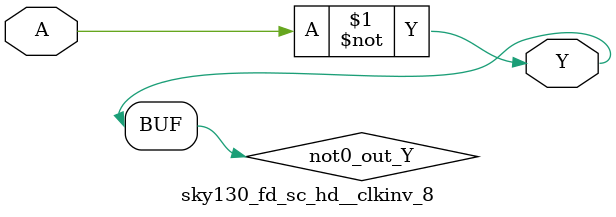
<source format=v>
/*
 * Copyright 2020 The SkyWater PDK Authors
 *
 * Licensed under the Apache License, Version 2.0 (the "License");
 * you may not use this file except in compliance with the License.
 * You may obtain a copy of the License at
 *
 *     https://www.apache.org/licenses/LICENSE-2.0
 *
 * Unless required by applicable law or agreed to in writing, software
 * distributed under the License is distributed on an "AS IS" BASIS,
 * WITHOUT WARRANTIES OR CONDITIONS OF ANY KIND, either express or implied.
 * See the License for the specific language governing permissions and
 * limitations under the License.
 *
 * SPDX-License-Identifier: Apache-2.0
*/


`ifndef SKY130_FD_SC_HD__CLKINV_8_FUNCTIONAL_V
`define SKY130_FD_SC_HD__CLKINV_8_FUNCTIONAL_V

/**
 * clkinv: Clock tree inverter.
 *
 * Verilog simulation functional model.
 */

`timescale 1ns / 1ps
`default_nettype none

`celldefine
module sky130_fd_sc_hd__clkinv_8 (
    Y,
    A
);

    // Module ports
    output Y;
    input  A;

    // Local signals
    wire not0_out_Y;

    //  Name  Output      Other arguments
    not not0 (not0_out_Y, A              );
    buf buf0 (Y         , not0_out_Y     );

endmodule
`endcelldefine

`default_nettype wire
`endif  // SKY130_FD_SC_HD__CLKINV_8_FUNCTIONAL_V

</source>
